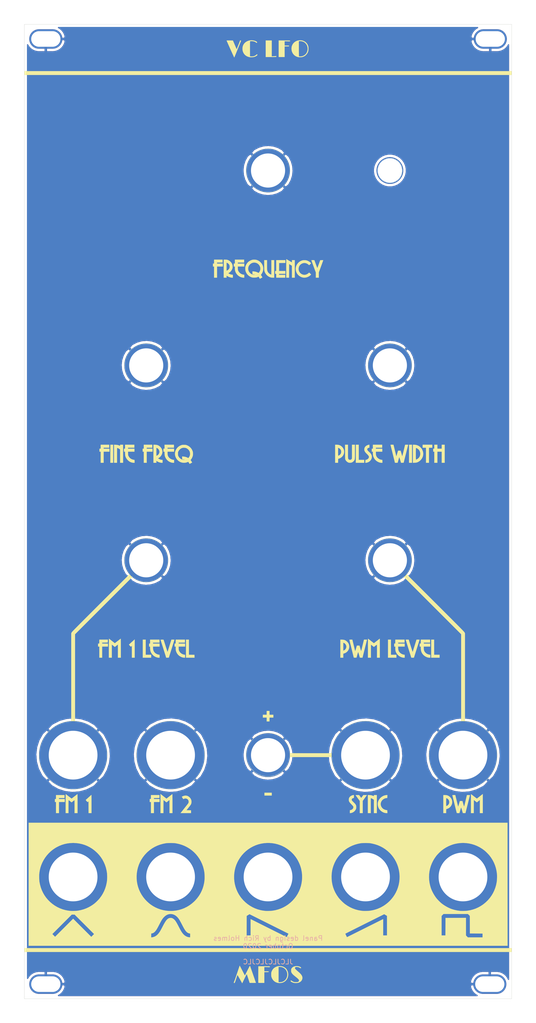
<source format=kicad_pcb>
(kicad_pcb (version 20171130) (host pcbnew 5.1.8-db9833491~88~ubuntu20.04.1)
  (layers (0 F.Cu signal) (31 B.Cu signal) (34 B.Paste user) (35 F.Paste user) (36 B.SilkS user) (37 F.SilkS user) (38 B.Mask user) (39 F.Mask user) (44 Edge.Cuts user))
  (net 0 "")
  (net 1 GND)
  (module Kosmo_panel:Kosmo_Jack_Hole (layer F.Cu) (at 115 155)
    (fp_text reference H20 hide)
    (fp_text value MountingHole_Pad)
    (pad 1 thru_hole circle (at 0 0) (size 14 14) (drill 10) (layers *.Cu *.Mask) (net 1 GND))
  )
  (module mfos_vclfo-panel:mfos_vclfo_sync_panel_art (layer F.Cu) (at 75 80)
    (fp_text reference G*** hide)
    (fp_text value LOGO hide)
  )
  (module Kosmo_panel:Kosmo_Switch_Hole (layer F.Cu) (at 75 130)
    (fp_text reference H19 hide)
    (fp_text value MountingHole_Pad)
    (pad 1 thru_hole circle (at 0 0) (size 9 9) (drill 7) (layers *.Cu *.Mask) (net 1 GND))
  )
  (module mfos_vclfo-panel:mfos_vclfo_sync_panel_holes (layer F.Cu) (at 75 80)
    (fp_text reference G*** hide)
    (fp_text value LOGO hide)
  )
  (module Kosmo_panel:Kosmo_Jack_Hole (layer F.Cu) (at 35 130)
    (fp_text reference H18 hide)
    (fp_text value MountingHole_Pad)
    (pad 1 thru_hole circle (at 0 0) (size 14 14) (drill 10) (layers *.Cu *.Mask) (net 1 GND))
  )
  (module Kosmo_panel:Kosmo_Jack_Hole (layer F.Cu) (at 75 155)
    (fp_text reference H17 hide)
    (fp_text value MountingHole_Pad)
    (pad 1 thru_hole circle (at 0 0) (size 14 14) (drill 10) (layers *.Cu *.Mask) (net 1 GND))
  )
  (module Kosmo_panel:Kosmo_Jack_Hole (layer F.Cu) (at 95 130)
    (fp_text reference H16 hide)
    (fp_text value MountingHole_Pad)
    (pad 1 thru_hole circle (at 0 0) (size 14 14) (drill 10) (layers *.Cu *.Mask) (net 1 GND))
  )
  (module Kosmo_panel:Kosmo_Jack_Hole (layer F.Cu) (at 55 130)
    (fp_text reference H15 hide)
    (fp_text value MountingHole_Pad)
    (pad 1 thru_hole circle (at 0 0) (size 14 14) (drill 10) (layers *.Cu *.Mask) (net 1 GND))
  )
  (module Kosmo_panel:Kosmo_Pot_Hole (layer F.Cu) (at 75 10)
    (fp_text reference H14 hide)
    (fp_text value MountingHole_Pad)
    (pad 1 thru_hole circle (at 0 0) (size 9 9) (drill 7) (layers *.Cu *.Mask) (net 1 GND))
  )
  (module Kosmo_panel:Kosmo_Panel_Slotted_Mounting_Hole (layer F.Cu) (at 28 -17)
    (fp_text reference H13 hide)
    (fp_text value MountingHole_Pad)
    (pad 1 thru_hole oval (at 1.4 0) (size 6.8 4) (drill oval 6 3.2) (layers *.Cu *.Mask) (net 1 GND))
  )
  (module Kosmo_panel:Kosmo_Jack_Hole (layer F.Cu) (at 55 155)
    (fp_text reference H12 hide)
    (fp_text value MountingHole_Pad)
    (pad 1 thru_hole circle (at 0 0) (size 14 14) (drill 10) (layers *.Cu *.Mask) (net 1 GND))
  )
  (module Kosmo_panel:Kosmo_Pot_Hole (layer F.Cu) (at 100 50)
    (fp_text reference H11 hide)
    (fp_text value MountingHole_Pad)
    (pad 1 thru_hole circle (at 0 0) (size 9 9) (drill 7) (layers *.Cu *.Mask) (net 1 GND))
  )
  (module Kosmo_panel:Kosmo_Panel_Slotted_Mounting_Hole (layer F.Cu) (at 121.9 177 180)
    (fp_text reference H10 hide)
    (fp_text value MountingHole_Pad)
    (pad 1 thru_hole oval (at 1.4 0 180) (size 6.8 4) (drill oval 6 3.2) (layers *.Cu *.Mask) (net 1 GND))
  )
  (module Kosmo_panel:Kosmo_Jack_Hole (layer F.Cu) (at 35 155)
    (fp_text reference H9 hide)
    (fp_text value MountingHole_Pad)
    (pad 1 thru_hole circle (at 0 0) (size 14 14) (drill 10) (layers *.Cu *.Mask) (net 1 GND))
  )
  (module Kosmo_panel:Kosmo_Pot_Hole (layer F.Cu) (at 50 90)
    (fp_text reference H8 hide)
    (fp_text value MountingHole_Pad)
    (pad 1 thru_hole circle (at 0 0) (size 9 9) (drill 7) (layers *.Cu *.Mask) (net 1 GND))
  )
  (module Kosmo_panel:Kosmo_Panel_Slotted_Mounting_Hole (layer F.Cu) (at 122 -17 180)
    (fp_text reference H7 hide)
    (fp_text value MountingHole_Pad)
    (pad 1 thru_hole oval (at 1.4 0 180) (size 6.8 4) (drill oval 6 3.2) (layers *.Cu *.Mask) (net 1 GND))
  )
  (module Kosmo_panel:Kosmo_Jack_Hole (layer F.Cu) (at 115 130)
    (fp_text reference H6 hide)
    (fp_text value MountingHole_Pad)
    (pad 1 thru_hole circle (at 0 0) (size 14 14) (drill 10) (layers *.Cu *.Mask) (net 1 GND))
  )
  (module Kosmo_panel:Kosmo_Pot_Hole (layer F.Cu) (at 50 50)
    (fp_text reference H5 hide)
    (fp_text value MountingHole_Pad)
    (pad 1 thru_hole circle (at 0 0) (size 9 9) (drill 7) (layers *.Cu *.Mask) (net 1 GND))
  )
  (module Kosmo_panel:Kosmo_Panel_Slotted_Mounting_Hole (layer F.Cu) (at 28 177)
    (fp_text reference H4 hide)
    (fp_text value MountingHole_Pad)
    (pad 1 thru_hole oval (at 1.4 0) (size 6.8 4) (drill oval 6 3.2) (layers *.Cu *.Mask) (net 1 GND))
  )
  (module Kosmo_panel:Kosmo_LED_Hole (layer F.Cu) (at 100 10)
    (fp_text reference H3 hide)
    (fp_text value MountingHole)
    (pad 1 thru_hole circle (at 0 0) (size 5.5 5.5) (drill 5) (layers *.Cu *.Mask))
  )
  (module Kosmo_panel:Kosmo_Jack_Hole (layer F.Cu) (at 95 155)
    (fp_text reference H2 hide)
    (fp_text value MountingHole_Pad)
    (pad 1 thru_hole circle (at 0 0) (size 14 14) (drill 10) (layers *.Cu *.Mask) (net 1 GND))
  )
  (module Kosmo_panel:Kosmo_Pot_Hole (layer F.Cu) (at 100 90)
    (fp_text reference H1 hide)
    (fp_text value MountingHole_Pad)
    (pad 1 thru_hole circle (at 0 0) (size 9 9) (drill 7) (layers *.Cu *.Mask) (net 1 GND))
  )
  (gr_text "Panel design by Rich Holmes\nOctober 2020\n\nJLCJLCJLCJLC\n" (at 75 170) (layer B.SilkS) (effects (font (size 1 1)) (justify mirror)))
  (gr_line (start 25 180) (end 25 -20) (layer Edge.Cuts) (width 0.05))
  (gr_line (start 125 180) (end 25 180) (layer Edge.Cuts) (width 0.05))
  (gr_line (start 125 -20) (end 125 180) (layer Edge.Cuts) (width 0.05))
  (gr_line (start 25 -20) (end 125 -20) (layer Edge.Cuts) (width 0.05))
  (zone (net 1) (net_name GND) (layer F.Cu) (connect_pads (clearance 0.508)) (min_thickness 0.254) (fill yes (arc_segments 32) (thermal_gap 0.508) (thermal_bridge_width 0.508))
    (polygon (pts (xy 130 185) (xy 20 185) (xy 20 -25) (xy 130 -25)))
  )
  (zone (net 1) (net_name GND) (layer B.Cu) (connect_pads (clearance 0.508)) (min_thickness 0.254) (fill yes (arc_segments 32) (thermal_gap 0.508) (thermal_bridge_width 0.508))
    (polygon (pts (xy 130 185) (xy 20 185) (xy 20 -25) (xy 130 -25)))
  )
)
</source>
